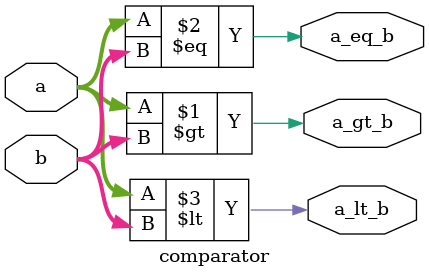
<source format=v>
module comparator (
    input [3:0] a,
    input [3:0] b,
    output a_gt_b,
    output a_eq_b,
    output a_lt_b
);

assign a_gt_b = (a > b);
assign a_eq_b = (a == b);
assign a_lt_b = (a < b);

endmodule

</source>
